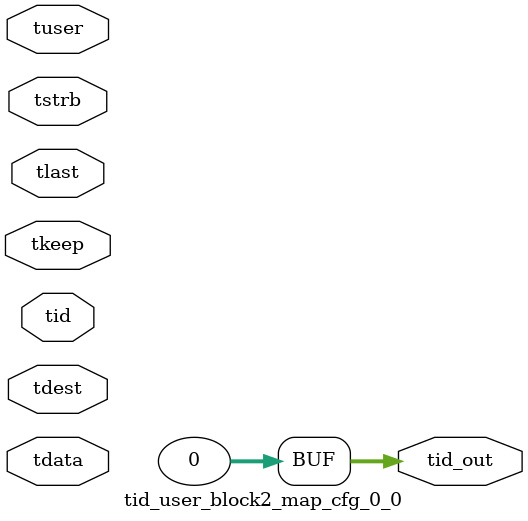
<source format=v>


`timescale 1ps/1ps

module tid_user_block2_map_cfg_0_0 #
(
parameter C_S_AXIS_TID_WIDTH   = 1,
parameter C_S_AXIS_TUSER_WIDTH = 0,
parameter C_S_AXIS_TDATA_WIDTH = 0,
parameter C_S_AXIS_TDEST_WIDTH = 0,
parameter C_M_AXIS_TID_WIDTH   = 32
)
(
input  [(C_S_AXIS_TID_WIDTH   == 0 ? 1 : C_S_AXIS_TID_WIDTH)-1:0       ] tid,
input  [(C_S_AXIS_TDATA_WIDTH == 0 ? 1 : C_S_AXIS_TDATA_WIDTH)-1:0     ] tdata,
input  [(C_S_AXIS_TUSER_WIDTH == 0 ? 1 : C_S_AXIS_TUSER_WIDTH)-1:0     ] tuser,
input  [(C_S_AXIS_TDEST_WIDTH == 0 ? 1 : C_S_AXIS_TDEST_WIDTH)-1:0     ] tdest,
input  [(C_S_AXIS_TDATA_WIDTH/8)-1:0 ] tkeep,
input  [(C_S_AXIS_TDATA_WIDTH/8)-1:0 ] tstrb,
input                                                                    tlast,
output [(C_M_AXIS_TID_WIDTH   == 0 ? 1 : C_M_AXIS_TID_WIDTH)-1:0       ] tid_out
);

assign tid_out = {1'b0};

endmodule


</source>
